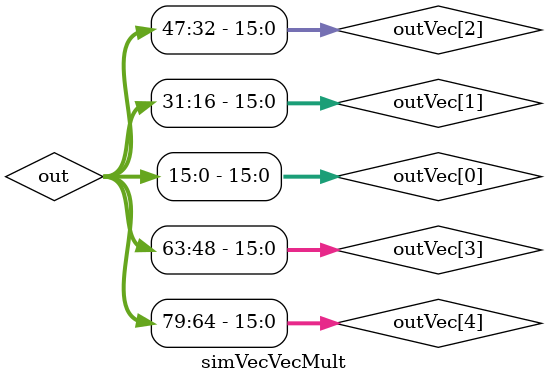
<source format=v>
`timescale 1ns / 1ps


module simVecVecMult();

localparam n = 8;
localparam m = 5;
genvar i;

wire [n-1:0]a[m-1:0];
wire [n-1:0]b[m-1:0];

reg [n*m-1:0]aflat;
reg [n*m-1:0]bflat;
for (i = 0; i < m; i=i+1) begin assign a[i] = aflat[(i+1)*n-1:i*n]; end // unflatten array
for (i = 0; i < m; i=i+1) begin assign b[i] = bflat[(i+1)*n-1:i*n]; end // unflatten array

wire [2*m*n-1:0]out;

wire [2*n-1:0]outVec[m-1:0];
for (i = 0; i < m; i=i+1) begin assign outVec[i] = out[(i+1)*2*n-1:i*2*n]; end // unflatten array

vecVecMult #(n, m) dut(
    .vecA(aflat),
    .vecB(bflat),
    .vecC(out)
);

always begin
    aflat = $urandom + $urandom * 2**8;
    bflat = $urandom + $urandom * 2**8;
    #(1);
end

endmodule

</source>
